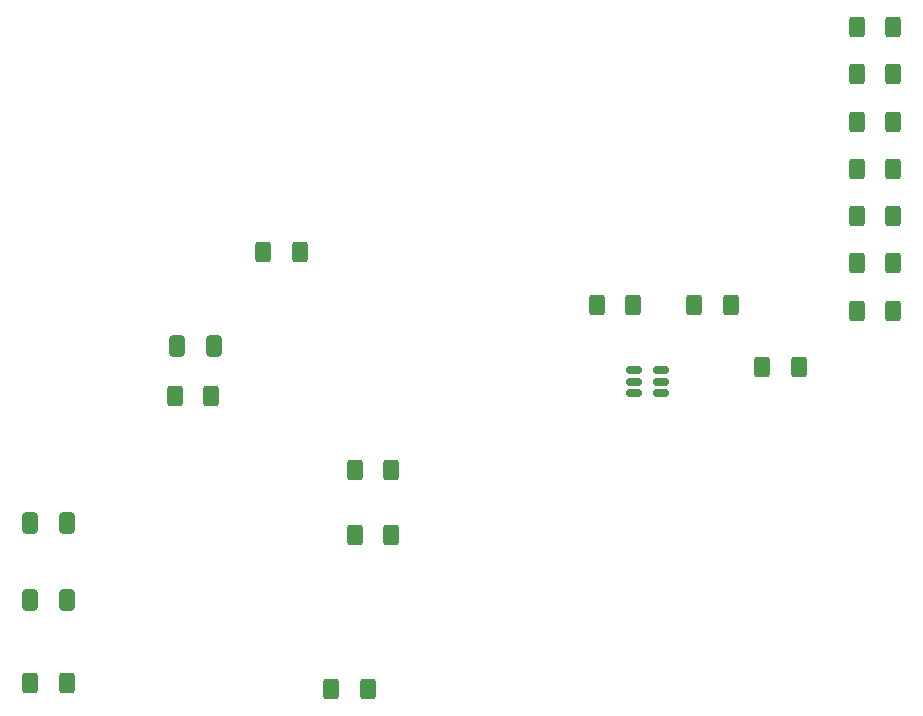
<source format=gbr>
%TF.GenerationSoftware,KiCad,Pcbnew,9.0.3*%
%TF.CreationDate,2025-12-16T09:58:40+01:00*%
%TF.ProjectId,PTP_Josip_Bosnic_Project1,5054505f-4a6f-4736-9970-5f426f736e69,rev?*%
%TF.SameCoordinates,Original*%
%TF.FileFunction,Paste,Top*%
%TF.FilePolarity,Positive*%
%FSLAX46Y46*%
G04 Gerber Fmt 4.6, Leading zero omitted, Abs format (unit mm)*
G04 Created by KiCad (PCBNEW 9.0.3) date 2025-12-16 09:58:40*
%MOMM*%
%LPD*%
G01*
G04 APERTURE LIST*
G04 Aperture macros list*
%AMRoundRect*
0 Rectangle with rounded corners*
0 $1 Rounding radius*
0 $2 $3 $4 $5 $6 $7 $8 $9 X,Y pos of 4 corners*
0 Add a 4 corners polygon primitive as box body*
4,1,4,$2,$3,$4,$5,$6,$7,$8,$9,$2,$3,0*
0 Add four circle primitives for the rounded corners*
1,1,$1+$1,$2,$3*
1,1,$1+$1,$4,$5*
1,1,$1+$1,$6,$7*
1,1,$1+$1,$8,$9*
0 Add four rect primitives between the rounded corners*
20,1,$1+$1,$2,$3,$4,$5,0*
20,1,$1+$1,$4,$5,$6,$7,0*
20,1,$1+$1,$6,$7,$8,$9,0*
20,1,$1+$1,$8,$9,$2,$3,0*%
G04 Aperture macros list end*
%ADD10RoundRect,0.250000X-0.400000X-0.625000X0.400000X-0.625000X0.400000X0.625000X-0.400000X0.625000X0*%
%ADD11RoundRect,0.250000X-0.412500X-0.650000X0.412500X-0.650000X0.412500X0.650000X-0.412500X0.650000X0*%
%ADD12RoundRect,0.250000X0.400000X0.625000X-0.400000X0.625000X-0.400000X-0.625000X0.400000X-0.625000X0*%
%ADD13RoundRect,0.250000X0.412500X0.650000X-0.412500X0.650000X-0.412500X-0.650000X0.412500X-0.650000X0*%
%ADD14RoundRect,0.150000X-0.512500X-0.150000X0.512500X-0.150000X0.512500X0.150000X-0.512500X0.150000X0*%
G04 APERTURE END LIST*
D10*
%TO.C,R18*%
X175450000Y-74000000D03*
X178550000Y-74000000D03*
%TD*%
%TO.C,R13*%
X117700000Y-81250000D03*
X120800000Y-81250000D03*
%TD*%
%TO.C,R7*%
X125200000Y-69000000D03*
X128300000Y-69000000D03*
%TD*%
D11*
%TO.C,C3*%
X117875000Y-77000000D03*
X121000000Y-77000000D03*
%TD*%
D12*
%TO.C,R20*%
X108550000Y-105500000D03*
X105450000Y-105500000D03*
%TD*%
D13*
%TO.C,C4*%
X108562500Y-98500000D03*
X105437500Y-98500000D03*
%TD*%
D10*
%TO.C,R9*%
X153450000Y-73500000D03*
X156550000Y-73500000D03*
%TD*%
%TO.C,R14*%
X175450000Y-62000000D03*
X178550000Y-62000000D03*
%TD*%
%TO.C,R11*%
X161700000Y-73500000D03*
X164800000Y-73500000D03*
%TD*%
%TO.C,R10*%
X132950000Y-93000000D03*
X136050000Y-93000000D03*
%TD*%
%TO.C,R5*%
X175450000Y-50000000D03*
X178550000Y-50000000D03*
%TD*%
%TO.C,R17*%
X175450000Y-70000000D03*
X178550000Y-70000000D03*
%TD*%
%TO.C,R12*%
X167450000Y-78750000D03*
X170550000Y-78750000D03*
%TD*%
%TO.C,R16*%
X175450000Y-66000000D03*
X178550000Y-66000000D03*
%TD*%
%TO.C,R15*%
X132950000Y-87500000D03*
X136050000Y-87500000D03*
%TD*%
%TO.C,R8*%
X175450000Y-58000000D03*
X178550000Y-58000000D03*
%TD*%
D12*
%TO.C,R19*%
X134050000Y-106000000D03*
X130950000Y-106000000D03*
%TD*%
D14*
%TO.C,U6*%
X156612500Y-79050000D03*
X156612500Y-80000000D03*
X156612500Y-80950000D03*
X158887500Y-80950000D03*
X158887500Y-80000000D03*
X158887500Y-79050000D03*
%TD*%
D13*
%TO.C,C5*%
X108562500Y-92000000D03*
X105437500Y-92000000D03*
%TD*%
D10*
%TO.C,R6*%
X175450000Y-54000000D03*
X178550000Y-54000000D03*
%TD*%
M02*

</source>
